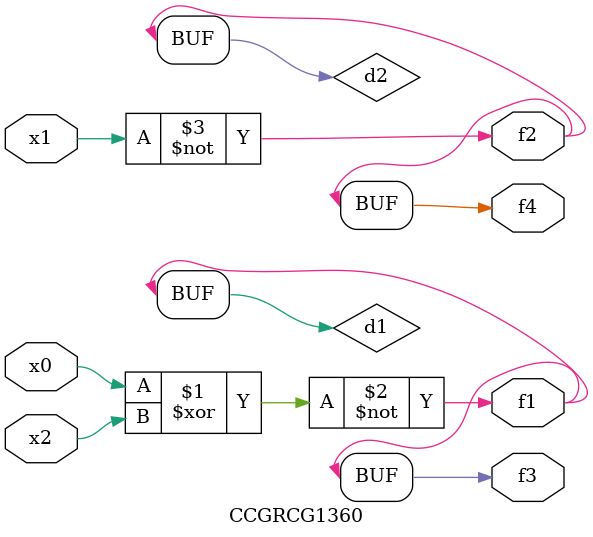
<source format=v>
module CCGRCG1360(
	input x0, x1, x2,
	output f1, f2, f3, f4
);

	wire d1, d2, d3;

	xnor (d1, x0, x2);
	nand (d2, x1);
	nor (d3, x1, x2);
	assign f1 = d1;
	assign f2 = d2;
	assign f3 = d1;
	assign f4 = d2;
endmodule

</source>
